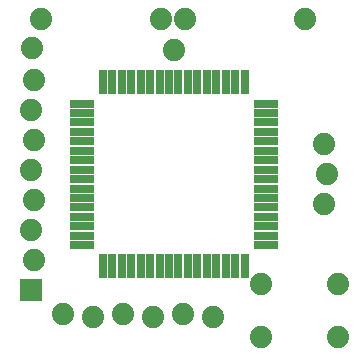
<source format=gbr>
G04 DipTrace 2.4.0.2*
%INTopMask.gbr*%
%MOMM*%
%ADD18C,1.88*%
%ADD23R,0.704X2.004*%
%ADD25R,2.004X0.704*%
%FSLAX53Y53*%
G04*
G71*
G90*
G75*
G01*
%LNTopMask*%
%LPD*%
D25*
X7200Y21000D3*
Y20200D3*
Y19400D3*
Y18600D3*
Y17800D3*
Y17000D3*
Y16200D3*
Y15400D3*
Y14600D3*
Y13800D3*
Y13000D3*
Y12200D3*
Y11400D3*
Y10600D3*
Y9800D3*
Y9000D3*
D23*
X9000Y7200D3*
X9800D3*
X10600D3*
X11400D3*
X12200D3*
X13000D3*
X13800D3*
X14600D3*
X15400D3*
X16200D3*
X17000D3*
X17800D3*
X18600D3*
X19400D3*
X20200D3*
X21000D3*
D25*
X22800Y9000D3*
Y9800D3*
Y10600D3*
Y11400D3*
Y12200D3*
Y13000D3*
Y13800D3*
Y14600D3*
Y15400D3*
Y16200D3*
Y17000D3*
Y17800D3*
Y18600D3*
Y19400D3*
Y20200D3*
Y21000D3*
D23*
X21000Y22800D3*
X20200D3*
X19400D3*
X18600D3*
X17800D3*
X17000D3*
X16200D3*
X15400D3*
X14600D3*
X13800D3*
X13000D3*
X12200D3*
X11400D3*
X10600D3*
X9800D3*
X9000D3*
D18*
X27727Y12460D3*
X27981Y15000D3*
X27727Y17540D3*
X22415Y5719D3*
X28918D3*
X22415Y1198D3*
X28918D3*
G36*
X3834Y4294D2*
X1955D1*
Y6174D1*
X3834D1*
Y4294D1*
G37*
D18*
X3149Y7774D3*
X2895Y10314D3*
X3149Y12854D3*
X2895Y15394D3*
X3149Y17934D3*
X2895Y20474D3*
X3149Y23014D3*
X3753Y28125D3*
X13913D3*
X15920D3*
X26080D3*
X3030Y25701D3*
X15000Y25520D3*
X5650Y3149D3*
X8190Y2895D3*
X10730Y3149D3*
X13270Y2895D3*
X15810Y3149D3*
X18350Y2895D3*
M02*

</source>
